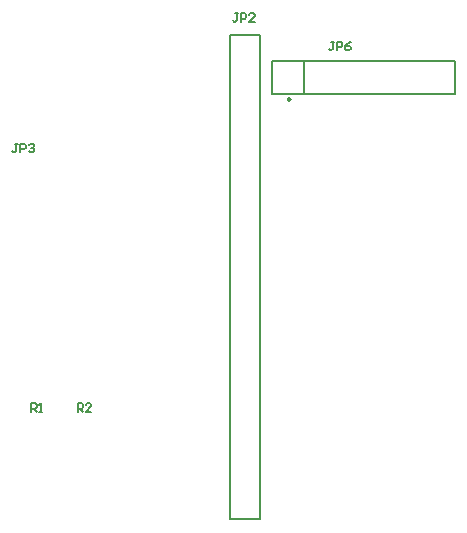
<source format=gto>
G04*
G04 #@! TF.GenerationSoftware,Altium Limited,Altium Designer,24.2.2 (26)*
G04*
G04 Layer_Color=65535*
%FSLAX25Y25*%
%MOIN*%
G70*
G04*
G04 #@! TF.SameCoordinates,53DEB4DB-F542-4CE3-904C-AAE6CCE40F42*
G04*
G04*
G04 #@! TF.FilePolarity,Positive*
G04*
G01*
G75*
%ADD10C,0.00984*%
%ADD11C,0.00787*%
%ADD12C,0.00602*%
D10*
X99992Y150216D02*
X99254Y150643D01*
Y149790D01*
X99992Y150216D01*
D11*
X94008Y162894D02*
X154992D01*
Y152106D02*
Y162894D01*
X94008Y152106D02*
X154992D01*
X94008D02*
Y162894D01*
X104500Y152106D02*
Y162894D01*
X90000Y10252D02*
Y171748D01*
X80000D02*
X90000D01*
X80000Y10252D02*
Y171748D01*
Y10252D02*
X90000D01*
D12*
X29204Y46123D02*
Y48878D01*
X30582D01*
X31041Y48418D01*
Y47500D01*
X30582Y47041D01*
X29204D01*
X30123D02*
X31041Y46123D01*
X33796D02*
X31959D01*
X33796Y47959D01*
Y48418D01*
X33337Y48878D01*
X32418D01*
X31959Y48418D01*
X13663Y46123D02*
Y48878D01*
X15041D01*
X15500Y48418D01*
Y47500D01*
X15041Y47041D01*
X13663D01*
X14582D02*
X15500Y46123D01*
X16418D02*
X17337D01*
X16878D01*
Y48878D01*
X16418Y48418D01*
X9163Y135378D02*
X8245D01*
X8704D01*
Y133082D01*
X8245Y132623D01*
X7786D01*
X7327Y133082D01*
X10082Y132623D02*
Y135378D01*
X11459D01*
X11918Y134918D01*
Y134000D01*
X11459Y133541D01*
X10082D01*
X12837Y134918D02*
X13296Y135378D01*
X14214D01*
X14673Y134918D01*
Y134459D01*
X14214Y134000D01*
X13755D01*
X14214D01*
X14673Y133541D01*
Y133082D01*
X14214Y132623D01*
X13296D01*
X12837Y133082D01*
X82663Y178877D02*
X81745D01*
X82204D01*
Y176582D01*
X81745Y176122D01*
X81286D01*
X80827Y176582D01*
X83582Y176122D02*
Y178877D01*
X84959D01*
X85418Y178418D01*
Y177500D01*
X84959Y177041D01*
X83582D01*
X88173Y176122D02*
X86337D01*
X88173Y177959D01*
Y178418D01*
X87714Y178877D01*
X86796D01*
X86337Y178418D01*
X114663Y169378D02*
X113745D01*
X114204D01*
Y167082D01*
X113745Y166622D01*
X113286D01*
X112827Y167082D01*
X115582Y166622D02*
Y169378D01*
X116959D01*
X117418Y168918D01*
Y168000D01*
X116959Y167541D01*
X115582D01*
X120173Y169378D02*
X119255Y168918D01*
X118337Y168000D01*
Y167082D01*
X118796Y166622D01*
X119714D01*
X120173Y167082D01*
Y167541D01*
X119714Y168000D01*
X118337D01*
M02*

</source>
